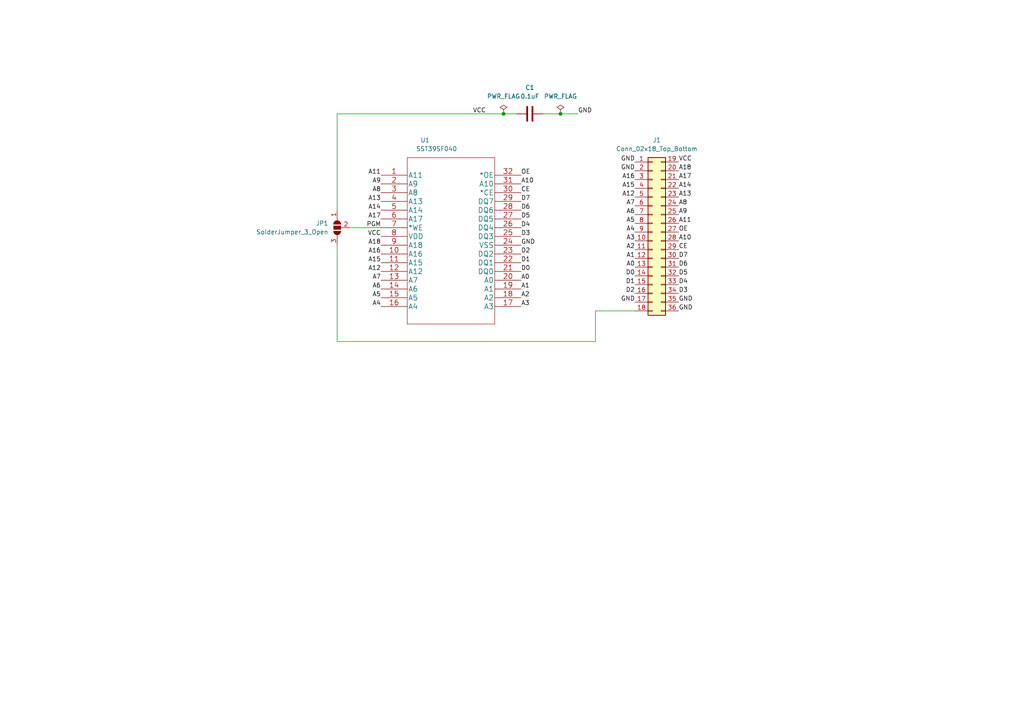
<source format=kicad_sch>
(kicad_sch (version 20211123) (generator eeschema)
  (paper "A4")
  (lib_symbols
    (symbol "Connector_Generic:Conn_02x18_Top_Bottom" (pin_names (offset 1.016) hide)
      (property "Reference" "J" (at 1.27 22.86 0))
      (property "Value" "Conn_02x18_Top_Bottom" (at 1.27 -25.4 0))
      (symbol "Conn_02x18_Top_Bottom_1_1"
        (rectangle (start -1.27 -22.733) (end 0 -22.987) (stroke (width 0.1524)))
        (rectangle (start -1.27 -20.193) (end 0 -20.447) (stroke (width 0.1524)))
        (rectangle (start -1.27 -17.653) (end 0 -17.907) (stroke (width 0.1524)))
        (rectangle (start -1.27 -15.113) (end 0 -15.367) (stroke (width 0.1524)))
        (rectangle (start -1.27 -12.573) (end 0 -12.827) (stroke (width 0.1524)))
        (rectangle (start -1.27 -10.033) (end 0 -10.287) (stroke (width 0.1524)))
        (rectangle (start -1.27 -7.493) (end 0 -7.747) (stroke (width 0.1524)))
        (rectangle (start -1.27 -4.953) (end 0 -5.207) (stroke (width 0.1524)))
        (rectangle (start -1.27 -2.413) (end 0 -2.667) (stroke (width 0.1524)))
        (rectangle (start -1.27 0.127) (end 0 -0.127) (stroke (width 0.1524)))
        (rectangle (start -1.27 2.667) (end 0 2.413) (stroke (width 0.1524)))
        (rectangle (start -1.27 5.207) (end 0 4.953) (stroke (width 0.1524)))
        (rectangle (start -1.27 7.747) (end 0 7.493) (stroke (width 0.1524)))
        (rectangle (start -1.27 10.287) (end 0 10.033) (stroke (width 0.1524)))
        (rectangle (start -1.27 12.827) (end 0 12.573) (stroke (width 0.1524)))
        (rectangle (start -1.27 15.367) (end 0 15.113) (stroke (width 0.1524)))
        (rectangle (start -1.27 17.907) (end 0 17.653) (stroke (width 0.1524)))
        (rectangle (start -1.27 20.447) (end 0 20.193) (stroke (width 0.1524)))
        (rectangle (start -1.27 21.59) (end 3.81 -24.13) (stroke (width 0.254)) (fill (type background)))
        (rectangle (start 3.81 -22.733) (end 2.54 -22.987) (stroke (width 0.1524)))
        (rectangle (start 3.81 -20.193) (end 2.54 -20.447) (stroke (width 0.1524)))
        (rectangle (start 3.81 -17.653) (end 2.54 -17.907) (stroke (width 0.1524)))
        (rectangle (start 3.81 -15.113) (end 2.54 -15.367) (stroke (width 0.1524)))
        (rectangle (start 3.81 -12.573) (end 2.54 -12.827) (stroke (width 0.1524)))
        (rectangle (start 3.81 -10.033) (end 2.54 -10.287) (stroke (width 0.1524)))
        (rectangle (start 3.81 -7.493) (end 2.54 -7.747) (stroke (width 0.1524)))
        (rectangle (start 3.81 -4.953) (end 2.54 -5.207) (stroke (width 0.1524)))
        (rectangle (start 3.81 -2.413) (end 2.54 -2.667) (stroke (width 0.1524)))
        (rectangle (start 3.81 0.127) (end 2.54 -0.127) (stroke (width 0.1524)))
        (rectangle (start 3.81 2.667) (end 2.54 2.413) (stroke (width 0.1524)))
        (rectangle (start 3.81 5.207) (end 2.54 4.953) (stroke (width 0.1524)))
        (rectangle (start 3.81 7.747) (end 2.54 7.493) (stroke (width 0.1524)))
        (rectangle (start 3.81 10.287) (end 2.54 10.033) (stroke (width 0.1524)))
        (rectangle (start 3.81 12.827) (end 2.54 12.573) (stroke (width 0.1524)))
        (rectangle (start 3.81 15.367) (end 2.54 15.113) (stroke (width 0.1524)))
        (rectangle (start 3.81 17.907) (end 2.54 17.653) (stroke (width 0.1524)))
        (rectangle (start 3.81 20.447) (end 2.54 20.193) (stroke (width 0.1524)))
        (pin passive line (at -5.08 20.32 0) (length 3.81) (name "Pin_1") (number "1"))
        (pin passive line (at -5.08 -2.54 0) (length 3.81) (name "Pin_10") (number "10"))
        (pin passive line (at -5.08 -5.08 0) (length 3.81) (name "Pin_11") (number "11"))
        (pin passive line (at -5.08 -7.62 0) (length 3.81) (name "Pin_12") (number "12"))
        (pin passive line (at -5.08 -10.16 0) (length 3.81) (name "Pin_13") (number "13"))
        (pin passive line (at -5.08 -12.7 0) (length 3.81) (name "Pin_14") (number "14"))
        (pin passive line (at -5.08 -15.24 0) (length 3.81) (name "Pin_15") (number "15"))
        (pin passive line (at -5.08 -17.78 0) (length 3.81) (name "Pin_16") (number "16"))
        (pin passive line (at -5.08 -20.32 0) (length 3.81) (name "Pin_17") (number "17"))
        (pin passive line (at -5.08 -22.86 0) (length 3.81) (name "Pin_18") (number "18"))
        (pin passive line (at 7.62 20.32 180) (length 3.81) (name "Pin_19") (number "19"))
        (pin passive line (at -5.08 17.78 0) (length 3.81) (name "Pin_2") (number "2"))
        (pin passive line (at 7.62 17.78 180) (length 3.81) (name "Pin_20") (number "20"))
        (pin passive line (at 7.62 15.24 180) (length 3.81) (name "Pin_21") (number "21"))
        (pin passive line (at 7.62 12.7 180) (length 3.81) (name "Pin_22") (number "22"))
        (pin passive line (at 7.62 10.16 180) (length 3.81) (name "Pin_23") (number "23"))
        (pin passive line (at 7.62 7.62 180) (length 3.81) (name "Pin_24") (number "24"))
        (pin passive line (at 7.62 5.08 180) (length 3.81) (name "Pin_25") (number "25"))
        (pin passive line (at 7.62 2.54 180) (length 3.81) (name "Pin_26") (number "26"))
        (pin passive line (at 7.62 0 180) (length 3.81) (name "Pin_27") (number "27"))
        (pin passive line (at 7.62 -2.54 180) (length 3.81) (name "Pin_28") (number "28"))
        (pin passive line (at 7.62 -5.08 180) (length 3.81) (name "Pin_29") (number "29"))
        (pin passive line (at -5.08 15.24 0) (length 3.81) (name "Pin_3") (number "3"))
        (pin passive line (at 7.62 -7.62 180) (length 3.81) (name "Pin_30") (number "30"))
        (pin passive line (at 7.62 -10.16 180) (length 3.81) (name "Pin_31") (number "31"))
        (pin passive line (at 7.62 -12.7 180) (length 3.81) (name "Pin_32") (number "32"))
        (pin passive line (at 7.62 -15.24 180) (length 3.81) (name "Pin_33") (number "33"))
        (pin passive line (at 7.62 -17.78 180) (length 3.81) (name "Pin_34") (number "34"))
        (pin passive line (at 7.62 -20.32 180) (length 3.81) (name "Pin_35") (number "35"))
        (pin passive line (at 7.62 -22.86 180) (length 3.81) (name "Pin_36") (number "36"))
        (pin passive line (at -5.08 12.7 0) (length 3.81) (name "Pin_4") (number "4"))
        (pin passive line (at -5.08 10.16 0) (length 3.81) (name "Pin_5") (number "5"))
        (pin passive line (at -5.08 7.62 0) (length 3.81) (name "Pin_6") (number "6"))
        (pin passive line (at -5.08 5.08 0) (length 3.81) (name "Pin_7") (number "7"))
        (pin passive line (at -5.08 2.54 0) (length 3.81) (name "Pin_8") (number "8"))
        (pin passive line (at -5.08 0 0) (length 3.81) (name "Pin_9") (number "9"))
      )
    )
    (symbol "Device:C" (pin_numbers hide) (pin_names (offset 0.254))
      (property "Reference" "C" (at 0.635 2.54 0))
      (property "Value" "C" (at 0.635 -2.54 0))
      (symbol "C_0_1"
        (polyline (pts (xy -2.032 -0.762) (xy 2.032 -0.762)) (stroke (width 0.508)))
        (polyline (pts (xy -2.032 0.762) (xy 2.032 0.762)) (stroke (width 0.508)))
      )
      (symbol "C_1_1"
        (pin passive line (at 0 3.81 270) (length 2.794) (name "~") (number "1"))
        (pin passive line (at 0 -3.81 90) (length 2.794) (name "~") (number "2"))
      )
    )
    (symbol "Jumper:SolderJumper_3_Open" (pin_names (offset 0) hide)
      (property "Reference" "JP" (at -2.54 -2.54 0))
      (property "Value" "SolderJumper_3_Open" (at 0 2.794 0))
      (symbol "SolderJumper_3_Open_0_1"
        (arc (start -1.016 1.016) (mid -2.032 0) (end -1.016 -1.016))
        (arc (start -1.016 1.016) (mid -2.032 0) (end -1.016 -1.016) (fill (type outline)))
        (rectangle (start -0.508 1.016) (end 0.508 -1.016) (fill (type outline)))
        (polyline (pts (xy -2.54 0) (xy -2.032 0)))
        (polyline (pts (xy -1.016 1.016) (xy -1.016 -1.016)))
        (polyline (pts (xy 0 -1.27) (xy 0 -1.016)))
        (polyline (pts (xy 1.016 1.016) (xy 1.016 -1.016)))
        (polyline (pts (xy 2.54 0) (xy 2.032 0)))
        (arc (start 1.016 -1.016) (mid 2.032 0) (end 1.016 1.016))
        (arc (start 1.016 -1.016) (mid 2.032 0) (end 1.016 1.016) (fill (type outline)))
      )
      (symbol "SolderJumper_3_Open_1_1"
        (pin passive line (at -5.08 0 0) (length 2.54) (name "A") (number "1"))
        (pin passive line (at 0 -3.81 90) (length 2.54) (name "C") (number "2"))
        (pin passive line (at 5.08 0 180) (length 2.54) (name "B") (number "3"))
      )
    )
    (symbol "REB_FLASH:SST39SF040-55-4C-WHE-T" (pin_names (offset 0.254))
      (property "Reference" "U1" (at 11.43 10.16 0))
      (property "Value" "SST39SF040" (at 10.16 7.62 0))
      (property "Datasheet" "http://ww1.microchip.com/downloads/en/DeviceDoc/25022B.pdf" (at 8.89 -50.8 0))
      (symbol "SST39SF040-55-4C-WHE-T_1_1"
        (polyline (pts (xy 7.62 -43.18) (xy 33.02 -43.18)) (stroke (width 0.127)))
        (polyline (pts (xy 7.62 5.08) (xy 7.62 -43.18)) (stroke (width 0.127)))
        (polyline (pts (xy 33.02 -43.18) (xy 33.02 5.08)) (stroke (width 0.127)))
        (polyline (pts (xy 33.02 5.08) (xy 7.62 5.08)) (stroke (width 0.127)))
        (pin input line (at 0 0 0) (length 7.62) (name "A11") (number "1"))
        (pin input line (at 0 -22.86 0) (length 7.62) (name "A16") (number "10"))
        (pin input line (at 0 -25.4 0) (length 7.62) (name "A15") (number "11"))
        (pin input line (at 0 -27.94 0) (length 7.62) (name "A12") (number "12"))
        (pin input line (at 0 -30.48 0) (length 7.62) (name "A7") (number "13"))
        (pin input line (at 0 -33.02 0) (length 7.62) (name "A6") (number "14"))
        (pin input line (at 0 -35.56 0) (length 7.62) (name "A5") (number "15"))
        (pin input line (at 0 -38.1 0) (length 7.62) (name "A4") (number "16"))
        (pin input line (at 40.64 -38.1 180) (length 7.62) (name "A3") (number "17"))
        (pin input line (at 40.64 -35.56 180) (length 7.62) (name "A2") (number "18"))
        (pin input line (at 40.64 -33.02 180) (length 7.62) (name "A1") (number "19"))
        (pin input line (at 0 -2.54 0) (length 7.62) (name "A9") (number "2"))
        (pin input line (at 40.64 -30.48 180) (length 7.62) (name "A0") (number "20"))
        (pin bidirectional line (at 40.64 -27.94 180) (length 7.62) (name "DQ0") (number "21"))
        (pin bidirectional line (at 40.64 -25.4 180) (length 7.62) (name "DQ1") (number "22"))
        (pin bidirectional line (at 40.64 -22.86 180) (length 7.62) (name "DQ2") (number "23"))
        (pin power_in line (at 40.64 -20.32 180) (length 7.62) (name "VSS") (number "24"))
        (pin bidirectional line (at 40.64 -17.78 180) (length 7.62) (name "DQ3") (number "25"))
        (pin bidirectional line (at 40.64 -15.24 180) (length 7.62) (name "DQ4") (number "26"))
        (pin bidirectional line (at 40.64 -12.7 180) (length 7.62) (name "DQ5") (number "27"))
        (pin bidirectional line (at 40.64 -10.16 180) (length 7.62) (name "DQ6") (number "28"))
        (pin bidirectional line (at 40.64 -7.62 180) (length 7.62) (name "DQ7") (number "29"))
        (pin input line (at 0 -5.08 0) (length 7.62) (name "A8") (number "3"))
        (pin input line (at 40.64 -5.08 180) (length 7.62) (name "*CE") (number "30"))
        (pin input line (at 40.64 -2.54 180) (length 7.62) (name "A10") (number "31"))
        (pin input line (at 40.64 0 180) (length 7.62) (name "*OE") (number "32"))
        (pin input line (at 0 -7.62 0) (length 7.62) (name "A13") (number "4"))
        (pin input line (at 0 -10.16 0) (length 7.62) (name "A14") (number "5"))
        (pin input line (at 0 -12.7 0) (length 7.62) (name "A17") (number "6"))
        (pin input line (at 0 -15.24 0) (length 7.62) (name "*WE") (number "7"))
        (pin power_in line (at 0 -17.78 0) (length 7.62) (name "VDD") (number "8"))
        (pin input line (at 0 -20.32 0) (length 7.62) (name "A18") (number "9"))
      )
    )
    (symbol "power:PWR_FLAG" (power) (pin_numbers hide) (pin_names (offset 0) hide)
      (property "Value" "PWR_FLAG" (at 0 3.81 0))
      (symbol "PWR_FLAG_0_0"
        (pin power_out line (at 0 0 90) (length 0) (name "pwr") (number "1"))
      )
      (symbol "PWR_FLAG_0_1"
        (polyline (pts (xy 0 0) (xy 0 1.27) (xy -1.016 1.905) (xy 0 2.54) (xy 1.016 1.905) (xy 0 1.27)))
      )
    )
  )
  (junction (at 162.56 33.02))
  (junction (at 146.05 33.02))
  (wire (pts (xy 172.72 99.06) (xy 172.72 90.17)))
  (wire (pts (xy 97.79 60.96) (xy 97.79 33.02)))
  (wire (pts (xy 146.05 33.02) (xy 149.86 33.02)))
  (wire (pts (xy 157.48 33.02) (xy 162.56 33.02)))
  (wire (pts (xy 172.72 90.17) (xy 184.15 90.17)))
  (wire (pts (xy 97.79 33.02) (xy 146.05 33.02)))
  (wire (pts (xy 162.56 33.02) (xy 167.64 33.02)))
  (wire (pts (xy 97.79 71.12) (xy 97.79 99.06)))
  (wire (pts (xy 97.79 99.06) (xy 172.72 99.06)))
  (wire (pts (xy 101.6 66.04) (xy 110.49 66.04)))
  (label "A0" (at 184.15 77.47 180))
  (label "D0" (at 151.13 78.74 0))
  (label "A17" (at 196.85 52.07 0))
  (label "A5" (at 184.15 64.77 180))
  (label "A7" (at 184.15 59.69 180))
  (label "A1" (at 151.13 83.82 0))
  (label "GND" (at 196.85 90.17 0))
  (label "D5" (at 196.85 80.01 0))
  (label "OE" (at 151.13 50.8 0))
  (label "VCC" (at 196.85 46.99 0))
  (label "A0" (at 151.13 81.28 0))
  (label "A10" (at 196.85 69.85 0))
  (label "D6" (at 151.13 60.96 0))
  (label "A17" (at 110.49 63.5 180))
  (label "CE" (at 151.13 55.88 0))
  (label "A6" (at 110.49 83.82 180))
  (label "A1" (at 184.15 74.93 180))
  (label "A11" (at 196.85 64.77 0))
  (label "A16" (at 110.49 73.66 180))
  (label "A10" (at 151.13 53.34 0))
  (label "A12" (at 110.49 78.74 180))
  (label "A8" (at 110.49 55.88 180))
  (label "D1" (at 151.13 76.2 0))
  (label "D3" (at 196.85 85.09 0))
  (label "GND" (at 184.15 46.99 180))
  (label "D1" (at 184.15 82.55 180))
  (label "D4" (at 196.85 82.55 0))
  (label "A3" (at 151.13 88.9 0))
  (label "A9" (at 196.85 62.23 0))
  (label "GND" (at 167.64 33.02 0))
  (label "A11" (at 110.49 50.8 180))
  (label "A18" (at 110.49 71.12 180))
  (label "VCC" (at 140.97 33.02 180))
  (label "D4" (at 151.13 66.04 0))
  (label "D7" (at 196.85 74.93 0))
  (label "A13" (at 196.85 57.15 0))
  (label "A15" (at 110.49 76.2 180))
  (label "A18" (at 196.85 49.53 0))
  (label "D5" (at 151.13 63.5 0))
  (label "A15" (at 184.15 54.61 180))
  (label "A9" (at 110.49 53.34 180))
  (label "CE" (at 196.85 72.39 0))
  (label "A5" (at 110.49 86.36 180))
  (label "D2" (at 184.15 85.09 180))
  (label "VCC" (at 110.49 68.58 180))
  (label "A13" (at 110.49 58.42 180))
  (label "A3" (at 184.15 69.85 180))
  (label "A14" (at 196.85 54.61 0))
  (label "D6" (at 196.85 77.47 0))
  (label "A6" (at 184.15 62.23 180))
  (label "GND" (at 196.85 87.63 0))
  (label "OE" (at 196.85 67.31 0))
  (label "A2" (at 151.13 86.36 0))
  (label "D0" (at 184.15 80.01 180))
  (label "A4" (at 184.15 67.31 180))
  (label "D2" (at 151.13 73.66 0))
  (label "A8" (at 196.85 59.69 0))
  (label "PGM" (at 110.49 66.04 180))
  (label "A7" (at 110.49 81.28 180))
  (label "A4" (at 110.49 88.9 180))
  (label "A2" (at 184.15 72.39 180))
  (label "D3" (at 151.13 68.58 0))
  (label "A14" (at 110.49 60.96 180))
  (label "GND" (at 151.13 71.12 0))
  (label "A12" (at 184.15 57.15 180))
  (label "GND" (at 184.15 87.63 180))
  (label "GND" (at 184.15 49.53 180))
  (label "A16" (at 184.15 52.07 180))
  (label "D7" (at 151.13 58.42 0))
  (symbol (lib_id "REB_FLASH:SST39SF040-55-4C-WHE-T") (at 110.49 50.8 0) (unit 1)
    (property "Reference" "U1" (at 121.92 40.64 0) (effects (justify left)))
    (property "Value" "SST39SF040" (at 120.65 43.18 0) (effects (justify left)))
    (property "Footprint" "REB_Flash:SST39SF040-55-4C-WHE-T" (effects hide))
    (property "Datasheet" "http://ww1.microchip.com/downloads/en/DeviceDoc/25022B.pdf" (effects hide))
  )
  (symbol (lib_id "Device:C") (at 153.67 33.02 90) (unit 1)
    (property "Reference" "C1" (at 153.67 25.4 90))
    (property "Value" "0.1uF" (at 153.67 27.94 90))
    (property "Footprint" "Capacitor_SMD:C_0805_2012Metric_Pad1.18x1.45mm_HandSolder" (effects hide))
  )
  (symbol (lib_id "power:PWR_FLAG") (at 162.56 33.02 0) (mirror y) (unit 1)
    (property "Reference" "#FLG0101" (effects hide))
    (property "Value" "PWR_FLAG" (at 162.56 27.94 0))
  )
  (symbol (lib_id "Connector_Generic:Conn_02x18_Top_Bottom") (at 189.23 67.31 0) (unit 1)
    (property "Reference" "J1" (at 190.5 40.64 0))
    (property "Value" "Conn_02x18_Top_Bottom" (at 190.5 43.18 0))
    (property "Footprint" "REB_Edge:REB_EdgeConnector_36pin" (effects hide))
  )
  (symbol (lib_id "power:PWR_FLAG") (at 146.05 33.02 0) (mirror y) (unit 1)
    (property "Reference" "#FLG0102" (effects hide))
    (property "Value" "PWR_FLAG" (at 146.05 27.94 0))
  )
  (symbol (lib_id "Jumper:SolderJumper_3_Open") (at 97.79 66.04 90) (mirror x) (unit 1)
    (property "Reference" "JP1" (at 95.25 64.7699 90) (effects (justify left)))
    (property "Value" "SolderJumper_3_Open" (at 95.25 67.3099 90) (effects (justify left)))
    (property "Footprint" "Jumper:SolderJumper-3_P1.3mm_Open_Pad1.0x1.5mm" (effects hide))
  )
)
</source>
